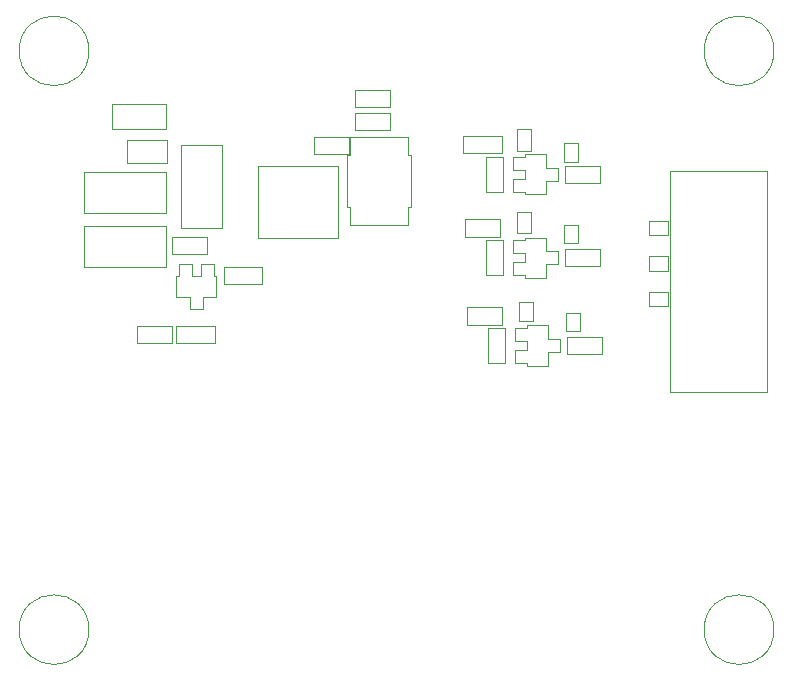
<source format=gbr>
G04 #@! TF.GenerationSoftware,KiCad,Pcbnew,9.0.7*
G04 #@! TF.CreationDate,2026-02-28T23:28:59+02:00*
G04 #@! TF.ProjectId,S-PCBASSY-001-01,532d5043-4241-4535-9359-2d3030312d30,rev?*
G04 #@! TF.SameCoordinates,Original*
G04 #@! TF.FileFunction,Other,User*
%FSLAX46Y46*%
G04 Gerber Fmt 4.6, Leading zero omitted, Abs format (unit mm)*
G04 Created by KiCad (PCBNEW 9.0.7) date 2026-02-28 23:28:59*
%MOMM*%
%LPD*%
G01*
G04 APERTURE LIST*
%ADD10C,0.050000*%
G04 APERTURE END LIST*
D10*
X146957500Y-71720000D02*
X149917500Y-71720000D01*
X149917500Y-73180000D01*
X146957500Y-73180000D01*
X146957500Y-71720000D01*
X163870000Y-57645800D02*
X163870000Y-76354200D01*
X155685800Y-57645800D02*
X163870000Y-57645800D01*
X163870000Y-76354200D02*
X155685800Y-76354200D01*
X155685800Y-76354200D02*
X155685800Y-57645800D01*
X164450000Y-47500000D02*
G75*
G02*
X158550000Y-47500000I-2950000J0D01*
G01*
X158550000Y-47500000D02*
G75*
G02*
X164450000Y-47500000I2950000J0D01*
G01*
X113000000Y-61250000D02*
X106000000Y-61250000D01*
X113000000Y-57750000D02*
X113000000Y-61250000D01*
X106000000Y-61250000D02*
X106000000Y-57750000D01*
X106000000Y-57750000D02*
X113000000Y-57750000D01*
X117050000Y-65507500D02*
X117050000Y-66537500D01*
X115940000Y-65507500D02*
X117050000Y-65507500D01*
X115160000Y-65507500D02*
X115160000Y-66537500D01*
X114050000Y-65507500D02*
X115160000Y-65507500D01*
X117250000Y-66537500D02*
X117250000Y-68337500D01*
X117050000Y-66537500D02*
X117250000Y-66537500D01*
X115940000Y-66537500D02*
X115940000Y-65507500D01*
X115160000Y-66537500D02*
X115940000Y-66537500D01*
X114050000Y-66537500D02*
X114050000Y-65507500D01*
X113850000Y-66537500D02*
X114050000Y-66537500D01*
X117250000Y-68337500D02*
X116100000Y-68337500D01*
X116100000Y-68337500D02*
X116100000Y-69367500D01*
X115000000Y-68337500D02*
X113850000Y-68337500D01*
X113850000Y-68337500D02*
X113850000Y-66537500D01*
X116100000Y-69367500D02*
X115000000Y-69367500D01*
X115000000Y-69367500D02*
X115000000Y-68337500D01*
X146795000Y-64270000D02*
X149755000Y-64270000D01*
X149755000Y-65730000D01*
X146795000Y-65730000D01*
X146795000Y-64270000D01*
X117850000Y-65770000D02*
X121150000Y-65770000D01*
X121150000Y-67230000D01*
X117850000Y-67230000D01*
X117850000Y-65770000D01*
X142675000Y-55950000D02*
X143875000Y-55950000D01*
X142675000Y-55950000D02*
X142675000Y-54150000D01*
X142675000Y-54150000D02*
X143875000Y-54150000D01*
X143875000Y-54150000D02*
X143875000Y-55950000D01*
X155450000Y-63100000D02*
X155450000Y-61900000D01*
X155450000Y-63100000D02*
X153850000Y-63100000D01*
X153850000Y-63100000D02*
X153850000Y-61900000D01*
X153850000Y-61900000D02*
X155450000Y-61900000D01*
X140045000Y-66480000D02*
X141505000Y-66480000D01*
X141505000Y-63520000D01*
X140045000Y-63520000D01*
X140045000Y-66480000D01*
X142675000Y-62900000D02*
X143875000Y-62900000D01*
X142675000Y-62900000D02*
X142675000Y-61100000D01*
X142675000Y-61100000D02*
X143875000Y-61100000D01*
X143875000Y-61100000D02*
X143875000Y-62900000D01*
X142837500Y-70400000D02*
X144037500Y-70400000D01*
X142837500Y-70400000D02*
X142837500Y-68800000D01*
X142837500Y-68800000D02*
X144037500Y-68800000D01*
X144037500Y-68800000D02*
X144037500Y-70400000D01*
X128480000Y-56230000D02*
X125520000Y-56230000D01*
X125520000Y-54770000D01*
X128480000Y-54770000D01*
X128480000Y-56230000D01*
X146675000Y-63800000D02*
X147875000Y-63800000D01*
X146675000Y-63800000D02*
X146675000Y-62200000D01*
X146675000Y-62200000D02*
X147875000Y-62200000D01*
X147875000Y-62200000D02*
X147875000Y-63800000D01*
X155450000Y-66100000D02*
X155450000Y-64900000D01*
X155450000Y-66100000D02*
X153850000Y-66100000D01*
X153850000Y-66100000D02*
X153850000Y-64900000D01*
X153850000Y-64900000D02*
X155450000Y-64900000D01*
X110520000Y-70770000D02*
X113480000Y-70770000D01*
X113480000Y-72230000D01*
X110520000Y-72230000D01*
X110520000Y-70770000D01*
X138295000Y-61770000D02*
X141255000Y-61770000D01*
X141255000Y-63230000D01*
X138295000Y-63230000D01*
X138295000Y-61770000D01*
X140207500Y-73930000D02*
X141667500Y-73930000D01*
X141667500Y-70970000D01*
X140207500Y-70970000D01*
X140207500Y-73930000D01*
X155450000Y-69100000D02*
X155450000Y-67900000D01*
X155450000Y-69100000D02*
X153850000Y-69100000D01*
X153850000Y-69100000D02*
X153850000Y-67900000D01*
X153850000Y-67900000D02*
X155450000Y-67900000D01*
X113520000Y-63270000D02*
X116480000Y-63270000D01*
X116480000Y-64730000D01*
X113520000Y-64730000D01*
X113520000Y-63270000D01*
X146795000Y-57220000D02*
X149755000Y-57220000D01*
X149755000Y-58680000D01*
X146795000Y-58680000D01*
X146795000Y-57220000D01*
X106450000Y-96500000D02*
G75*
G02*
X100550000Y-96500000I-2950000J0D01*
G01*
X100550000Y-96500000D02*
G75*
G02*
X106450000Y-96500000I2950000J0D01*
G01*
X106450000Y-47500000D02*
G75*
G02*
X100550000Y-47500000I-2950000J0D01*
G01*
X100550000Y-47500000D02*
G75*
G02*
X106450000Y-47500000I2950000J0D01*
G01*
X127565000Y-63310000D02*
X120745000Y-63310000D01*
X120745000Y-57230000D01*
X127565000Y-57230000D01*
X127565000Y-63310000D01*
X117150000Y-72230000D02*
X113850000Y-72230000D01*
X113850000Y-70770000D01*
X117150000Y-70770000D01*
X117150000Y-72230000D01*
X138125000Y-54720000D02*
X141425000Y-54720000D01*
X141425000Y-56180000D01*
X138125000Y-56180000D01*
X138125000Y-54720000D01*
X140045000Y-59430000D02*
X141505000Y-59430000D01*
X141505000Y-56470000D01*
X140045000Y-56470000D01*
X140045000Y-59430000D01*
X117750000Y-55500000D02*
X117750000Y-62500000D01*
X114250000Y-55500000D02*
X117750000Y-55500000D01*
X117750000Y-62500000D02*
X114250000Y-62500000D01*
X114250000Y-62500000D02*
X114250000Y-55500000D01*
X129020000Y-50770000D02*
X131980000Y-50770000D01*
X131980000Y-52230000D01*
X129020000Y-52230000D01*
X129020000Y-50770000D01*
X142507500Y-70950000D02*
X143537500Y-70950000D01*
X142507500Y-72060000D02*
X142507500Y-70950000D01*
X142507500Y-72840000D02*
X143537500Y-72840000D01*
X142507500Y-73950000D02*
X142507500Y-72840000D01*
X143537500Y-70750000D02*
X145337500Y-70750000D01*
X143537500Y-70950000D02*
X143537500Y-70750000D01*
X143537500Y-72060000D02*
X142507500Y-72060000D01*
X143537500Y-72840000D02*
X143537500Y-72060000D01*
X143537500Y-73950000D02*
X142507500Y-73950000D01*
X143537500Y-74150000D02*
X143537500Y-73950000D01*
X145337500Y-70750000D02*
X145337500Y-71900000D01*
X145337500Y-71900000D02*
X146367500Y-71900000D01*
X145337500Y-73000000D02*
X145337500Y-74150000D01*
X145337500Y-74150000D02*
X143537500Y-74150000D01*
X146367500Y-71900000D02*
X146367500Y-73000000D01*
X146367500Y-73000000D02*
X145337500Y-73000000D01*
X138457500Y-69220000D02*
X141417500Y-69220000D01*
X141417500Y-70680000D01*
X138457500Y-70680000D01*
X138457500Y-69220000D01*
X164450000Y-96500000D02*
G75*
G02*
X158550000Y-96500000I-2950000J0D01*
G01*
X158550000Y-96500000D02*
G75*
G02*
X164450000Y-96500000I2950000J0D01*
G01*
X142345000Y-56450000D02*
X143375000Y-56450000D01*
X142345000Y-57560000D02*
X142345000Y-56450000D01*
X142345000Y-58340000D02*
X143375000Y-58340000D01*
X142345000Y-59450000D02*
X142345000Y-58340000D01*
X143375000Y-56250000D02*
X145175000Y-56250000D01*
X143375000Y-56450000D02*
X143375000Y-56250000D01*
X143375000Y-57560000D02*
X142345000Y-57560000D01*
X143375000Y-58340000D02*
X143375000Y-57560000D01*
X143375000Y-59450000D02*
X142345000Y-59450000D01*
X143375000Y-59650000D02*
X143375000Y-59450000D01*
X145175000Y-56250000D02*
X145175000Y-57400000D01*
X145175000Y-57400000D02*
X146205000Y-57400000D01*
X145175000Y-58500000D02*
X145175000Y-59650000D01*
X145175000Y-59650000D02*
X143375000Y-59650000D01*
X146205000Y-57400000D02*
X146205000Y-58500000D01*
X146205000Y-58500000D02*
X145175000Y-58500000D01*
X142345000Y-63500000D02*
X143375000Y-63500000D01*
X142345000Y-64610000D02*
X142345000Y-63500000D01*
X142345000Y-65390000D02*
X143375000Y-65390000D01*
X142345000Y-66500000D02*
X142345000Y-65390000D01*
X143375000Y-63300000D02*
X145175000Y-63300000D01*
X143375000Y-63500000D02*
X143375000Y-63300000D01*
X143375000Y-64610000D02*
X142345000Y-64610000D01*
X143375000Y-65390000D02*
X143375000Y-64610000D01*
X143375000Y-66500000D02*
X142345000Y-66500000D01*
X143375000Y-66700000D02*
X143375000Y-66500000D01*
X145175000Y-63300000D02*
X145175000Y-64450000D01*
X145175000Y-64450000D02*
X146205000Y-64450000D01*
X145175000Y-65550000D02*
X145175000Y-66700000D01*
X145175000Y-66700000D02*
X143375000Y-66700000D01*
X146205000Y-64450000D02*
X146205000Y-65550000D01*
X146205000Y-65550000D02*
X145175000Y-65550000D01*
X113045000Y-57030000D02*
X109645000Y-57030000D01*
X109645000Y-55070000D01*
X113045000Y-55070000D01*
X113045000Y-57030000D01*
X128540000Y-62200000D02*
X128540000Y-60700000D01*
X133460000Y-62200000D02*
X128540000Y-62200000D01*
X128300000Y-60700000D02*
X128300000Y-56300000D01*
X128540000Y-60700000D02*
X128300000Y-60700000D01*
X133460000Y-60700000D02*
X133460000Y-62200000D01*
X133700000Y-60700000D02*
X133460000Y-60700000D01*
X128300000Y-56300000D02*
X128540000Y-56300000D01*
X128540000Y-56300000D02*
X128540000Y-54800000D01*
X133460000Y-56300000D02*
X133700000Y-56300000D01*
X133700000Y-56300000D02*
X133700000Y-60700000D01*
X128540000Y-54800000D02*
X133460000Y-54800000D01*
X133460000Y-54800000D02*
X133460000Y-56300000D01*
X146837500Y-71250000D02*
X148037500Y-71250000D01*
X146837500Y-71250000D02*
X146837500Y-69650000D01*
X146837500Y-69650000D02*
X148037500Y-69650000D01*
X148037500Y-69650000D02*
X148037500Y-71250000D01*
X113000000Y-65800000D02*
X106000000Y-65800000D01*
X113000000Y-62300000D02*
X113000000Y-65800000D01*
X106000000Y-65800000D02*
X106000000Y-62300000D01*
X106000000Y-62300000D02*
X113000000Y-62300000D01*
X129020000Y-52770000D02*
X131980000Y-52770000D01*
X131980000Y-54230000D01*
X129020000Y-54230000D01*
X129020000Y-52770000D01*
X113000000Y-54100000D02*
X108380000Y-54100000D01*
X108380000Y-52000000D01*
X113000000Y-52000000D01*
X113000000Y-54100000D01*
X146675000Y-56900000D02*
X147875000Y-56900000D01*
X146675000Y-56900000D02*
X146675000Y-55300000D01*
X146675000Y-55300000D02*
X147875000Y-55300000D01*
X147875000Y-55300000D02*
X147875000Y-56900000D01*
M02*

</source>
